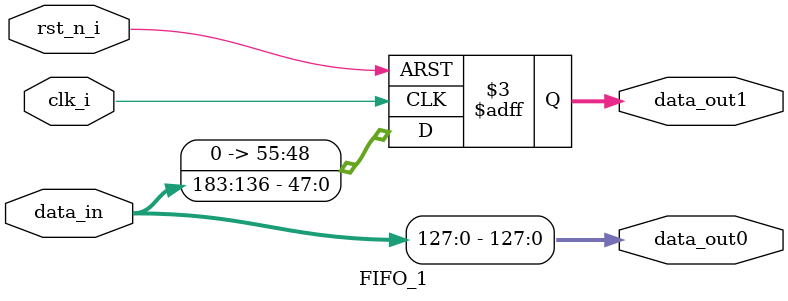
<source format=v>
module FIFO_1 (
    input               clk_i    ,
    input               rst_n_i  ,
    input  wire [183:0] data_in  ,
    output wire [127:0] data_out0,
    output reg  [ 55:0] data_out1
);

    always@(posedge clk_i or negedge rst_n_i)
        begin
            if(!rst_n_i)
                begin
                    data_out1 <= 0;
                end
            else
                begin
                    data_out1 <= data_in[183:136];
                end
        end

    assign data_out0 = data_in[127:0];

endmodule

</source>
